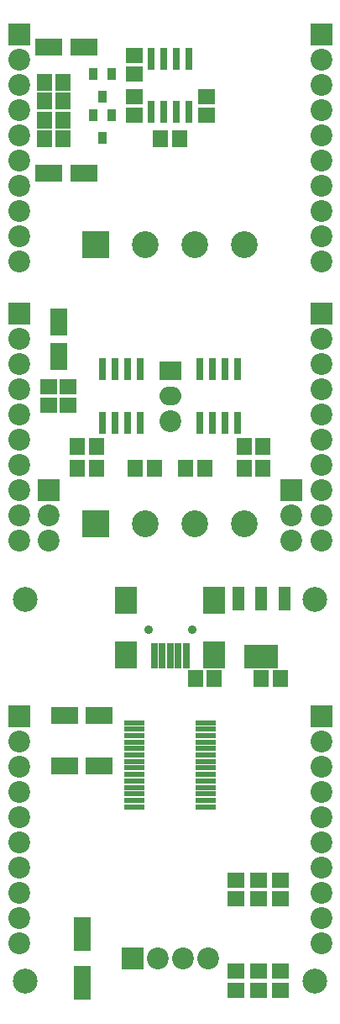
<source format=gbr>
G04 DipTrace 3.1.0.1*
G04 Âåðõíÿÿìàñêà.gbr*
%MOIN*%
G04 #@! TF.FileFunction,Soldermask,Top*
G04 #@! TF.Part,Single*
%ADD44C,0.098425*%
%ADD45C,0.035433*%
%ADD51R,0.07874X0.023622*%
%ADD53R,0.135827X0.09252*%
%ADD55R,0.045276X0.09252*%
%ADD57R,0.086614X0.106299*%
%ADD59R,0.027559X0.098425*%
%ADD61R,0.070866X0.13189*%
%ADD63O,0.086614X0.074803*%
%ADD65R,0.086614X0.074803*%
%ADD67R,0.070866X0.108268*%
%ADD69R,0.031496X0.086614*%
%ADD71R,0.066929X0.059055*%
%ADD73R,0.033465X0.049213*%
%ADD75C,0.086614*%
%ADD77R,0.086614X0.086614*%
%ADD79C,0.106299*%
%ADD81R,0.106299X0.106299*%
%ADD85R,0.059055X0.066929*%
%ADD87R,0.108268X0.070866*%
%FSLAX26Y26*%
G04*
G70*
G90*
G75*
G01*
G04 TopMask*
%LPD*%
D87*
X181119Y3787730D3*
X318915D3*
X181119Y3287672D3*
X318915D3*
D85*
X237413Y3575207D3*
X162610D3*
X237413Y3500199D3*
X162610D3*
D81*
X367285Y3006398D3*
D79*
X564135D3*
X760986D3*
X957836D3*
D77*
X62497Y3837688D3*
D75*
Y3737688D3*
Y3637688D3*
Y3537688D3*
Y3437688D3*
Y3337688D3*
Y3237688D3*
Y3137688D3*
Y3037688D3*
Y2937688D3*
D77*
X1262623Y3837688D3*
D75*
Y3737688D3*
Y3637688D3*
Y3537688D3*
Y3437688D3*
Y3337688D3*
Y3237688D3*
Y3137688D3*
Y3037688D3*
Y2937688D3*
D73*
X431286Y3681469D3*
X356483D3*
X393885Y3590917D3*
X431286Y3518951D3*
X356483D3*
X393885Y3428400D3*
D71*
X806325Y3519054D3*
Y3593857D3*
D85*
X625056Y3425192D3*
X699860D3*
D71*
X518795Y3519054D3*
Y3593857D3*
Y3756374D3*
Y3681571D3*
D85*
X162610Y3425192D3*
X237413D3*
Y3650215D3*
X162610D3*
D69*
X737560Y3744013D3*
X687560D3*
X637560D3*
X587560D3*
Y3531415D3*
X637560D3*
X687560D3*
X737560D3*
D67*
X218896Y2700249D3*
Y2562454D3*
D71*
X181392Y2443730D3*
Y2368927D3*
D81*
X367348Y1900114D3*
D79*
X564198D3*
X761049D3*
X957899D3*
D65*
X662693Y2506328D3*
D63*
Y2406328D3*
D75*
Y2306328D3*
D77*
X1143871Y2031369D3*
D75*
Y1931369D3*
Y1831369D3*
D77*
X181375Y2031369D3*
D75*
Y1931369D3*
Y1831369D3*
D77*
X62623Y2731369D3*
D75*
Y2631369D3*
Y2531369D3*
Y2431369D3*
Y2331369D3*
Y2231369D3*
Y2131369D3*
Y2031369D3*
Y1931369D3*
Y1831369D3*
D77*
X1262623Y2731369D3*
D75*
Y2631369D3*
Y2531369D3*
Y2431369D3*
Y2331369D3*
Y2231369D3*
Y2131369D3*
Y2031369D3*
Y1931369D3*
Y1831369D3*
D85*
X725222Y2118869D3*
X800025D3*
X1031274D3*
X956471D3*
X1031274Y2206369D3*
X956471D3*
X293971D3*
X368774D3*
Y2118869D3*
X293971D3*
X600025D3*
X525222D3*
D71*
X256400Y2443730D3*
Y2368927D3*
D69*
X543873Y2512618D3*
X493873D3*
X443873D3*
X393873D3*
Y2300020D3*
X443873D3*
X493873D3*
X543873D3*
X931373Y2512618D3*
X881373D3*
X831373D3*
X781373D3*
Y2300020D3*
X831373D3*
X881373D3*
X931373D3*
D87*
X243774Y1137618D3*
X381570D3*
X243774Y937597D3*
X381570D3*
D85*
X762597Y1287499D3*
X837400D3*
X1025097D3*
X1099900D3*
D61*
X312531Y78560D3*
Y271474D3*
D71*
X1100001Y124896D3*
Y50093D3*
X1012501Y124896D3*
Y50093D3*
X925096Y124909D3*
Y50106D3*
D44*
X1237500Y1600000D3*
X87500D3*
X87499Y87499D3*
X1237629Y87508D3*
D59*
X725491Y1375294D3*
X693995D3*
X662499D3*
X631003D3*
X599507D3*
D57*
X837696Y1379231D3*
X487302D3*
X837696Y1595766D3*
X487302D3*
D45*
X749094Y1477656D3*
X575866D3*
D77*
X1262499Y1137499D3*
D75*
Y1037499D3*
Y937499D3*
Y837499D3*
Y737499D3*
Y637499D3*
Y537499D3*
Y437499D3*
Y337499D3*
Y237499D3*
D77*
X62499Y1137499D3*
D75*
Y1037499D3*
Y937499D3*
Y837499D3*
Y737499D3*
Y637499D3*
Y537499D3*
Y437499D3*
Y337499D3*
Y237499D3*
D77*
X512568Y175017D3*
D75*
X612568D3*
X712568D3*
X812568D3*
D71*
X1100001Y412598D3*
Y487402D3*
X1012501Y412598D3*
Y487402D3*
X925096Y487448D3*
Y412644D3*
D55*
X1115550Y1601672D3*
X1024999D3*
X934448D3*
D53*
X1024999Y1373325D3*
D51*
X804235Y777411D3*
Y803001D3*
Y828592D3*
Y854182D3*
Y879773D3*
Y905364D3*
Y930954D3*
Y956545D3*
Y982135D3*
Y1007726D3*
Y1033316D3*
Y1058907D3*
Y1084497D3*
Y1110088D3*
X520762D3*
X520770Y1084497D3*
Y1058907D3*
Y1033316D3*
Y1007726D3*
Y982135D3*
Y956545D3*
Y930954D3*
Y905364D3*
Y879773D3*
Y854182D3*
Y828592D3*
Y803001D3*
Y777411D3*
M02*

</source>
